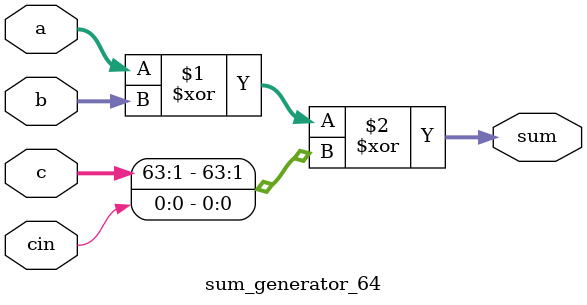
<source format=v>
module sum_generator_64( a, b, cin, c, sum);
/////*IO DEFINITION*////
	input [63:0] a, b;
	input cin;
	input [63:1] c;
	output [63:0] sum;
/////////////////////////

//////*your design*//////
	assign sum = a ^ b ^ {c,cin};
/////////////////////////
		
endmodule
</source>
